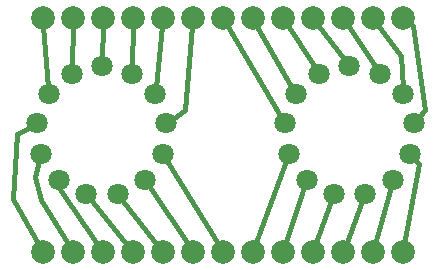
<source format=gtl>
G04 MADE WITH FRITZING*
G04 WWW.FRITZING.ORG*
G04 DOUBLE SIDED*
G04 HOLES PLATED*
G04 CONTOUR ON CENTER OF CONTOUR VECTOR*
%ASAXBY*%
%FSLAX23Y23*%
%MOIN*%
%OFA0B0*%
%SFA1.0B1.0*%
%ADD10C,0.070866*%
%ADD11C,0.078740*%
%ADD12C,0.016000*%
%LNCOPPER1*%
G90*
G70*
G54D10*
X414Y704D03*
X515Y679D03*
X592Y610D03*
X629Y513D03*
X617Y410D03*
X558Y325D03*
X466Y277D03*
X362Y277D03*
X271Y325D03*
X212Y410D03*
X199Y513D03*
X236Y610D03*
X314Y679D03*
X1239Y704D03*
X1340Y679D03*
X1417Y610D03*
X1454Y513D03*
X1442Y410D03*
X1383Y325D03*
X1291Y277D03*
X1187Y277D03*
X1096Y325D03*
X1037Y410D03*
X1024Y513D03*
X1061Y610D03*
X1139Y679D03*
G54D11*
X217Y864D03*
X217Y85D03*
X317Y864D03*
X317Y85D03*
X417Y864D03*
X417Y85D03*
X517Y864D03*
X517Y85D03*
X617Y864D03*
X617Y85D03*
X717Y864D03*
X717Y85D03*
X817Y864D03*
X817Y85D03*
X917Y864D03*
X917Y85D03*
X1017Y864D03*
X1017Y85D03*
X1117Y864D03*
X1117Y85D03*
X1217Y864D03*
X1217Y85D03*
X1317Y864D03*
X1317Y85D03*
X1417Y864D03*
X1417Y85D03*
G54D12*
X1088Y301D02*
X1025Y109D01*
D02*
X234Y635D02*
X219Y838D01*
D02*
X595Y635D02*
X614Y838D01*
D02*
X1470Y533D02*
X1490Y557D01*
X1490Y557D02*
X1450Y837D01*
X1450Y837D02*
X1436Y848D01*
D02*
X1179Y253D02*
X1125Y109D01*
D02*
X1282Y253D02*
X1226Y109D01*
D02*
X1376Y301D02*
X1323Y110D01*
D02*
X650Y528D02*
X690Y557D01*
X690Y557D02*
X714Y838D01*
D02*
X1125Y700D02*
X1031Y843D01*
D02*
X1028Y387D02*
X925Y109D01*
D02*
X1048Y632D02*
X929Y842D01*
D02*
X1416Y635D02*
X1410Y737D01*
X1410Y737D02*
X1332Y843D01*
D02*
X1011Y535D02*
X830Y842D01*
D02*
X205Y386D02*
X191Y335D01*
D02*
X191Y335D02*
X210Y257D01*
X210Y257D02*
X303Y107D01*
D02*
X1326Y700D02*
X1231Y843D01*
D02*
X378Y257D02*
X501Y105D01*
D02*
X130Y477D02*
X117Y261D01*
D02*
X117Y261D02*
X204Y107D01*
D02*
X177Y501D02*
X130Y477D01*
D02*
X270Y297D02*
X402Y106D01*
D02*
X270Y300D02*
X270Y297D01*
D02*
X482Y257D02*
X601Y105D01*
D02*
X572Y304D02*
X703Y106D01*
D02*
X630Y389D02*
X803Y107D01*
D02*
X1458Y391D02*
X1470Y377D01*
X1470Y377D02*
X1421Y110D01*
D02*
X1224Y724D02*
X1132Y844D01*
D02*
X515Y704D02*
X516Y838D01*
D02*
X415Y729D02*
X416Y838D01*
D02*
X314Y704D02*
X316Y838D01*
G04 End of Copper1*
M02*
</source>
